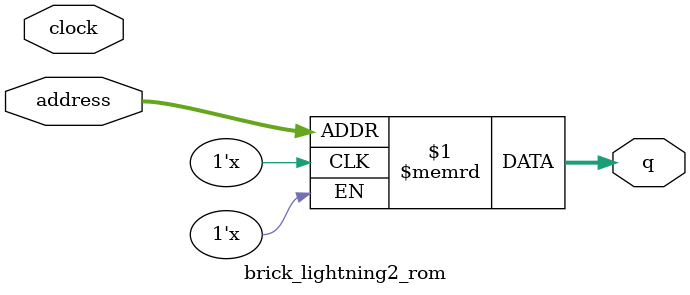
<source format=sv>
module brick_lightning2_rom (
	input logic clock,
	input logic [12:0] address,
	output logic [3:0] q
);

logic [3:0] memory [0:4999] /* synthesis ram_init_file = "./brick_lightning2/brick_lightning2.mif" */;


assign q = memory[address];


endmodule

</source>
